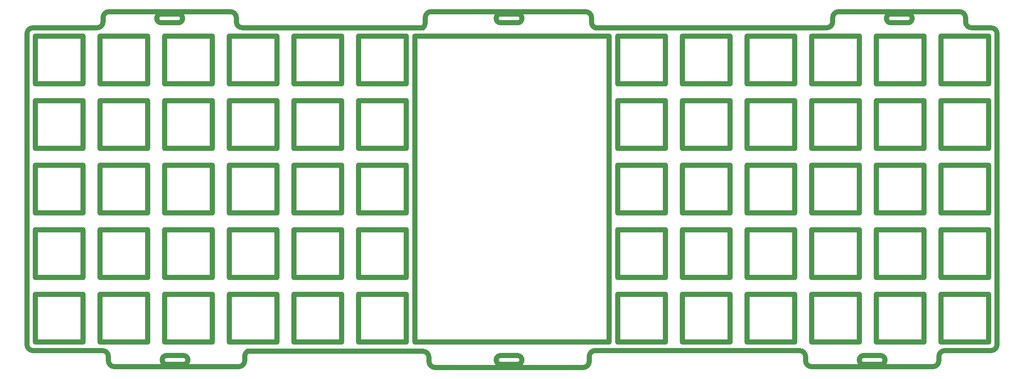
<source format=gts>
G04 #@! TF.GenerationSoftware,KiCad,Pcbnew,(6.0.10)*
G04 #@! TF.CreationDate,2023-11-27T13:53:15-05:00*
G04 #@! TF.ProjectId,tofu60-plate,746f6675-3630-42d7-906c-6174652e6b69,rev?*
G04 #@! TF.SameCoordinates,Original*
G04 #@! TF.FileFunction,Soldermask,Top*
G04 #@! TF.FilePolarity,Negative*
%FSLAX46Y46*%
G04 Gerber Fmt 4.6, Leading zero omitted, Abs format (unit mm)*
G04 Created by KiCad (PCBNEW (6.0.10)) date 2023-11-27 13:53:15*
%MOMM*%
%LPD*%
G01*
G04 APERTURE LIST*
%ADD10C,1.500000*%
G04 APERTURE END LIST*
D10*
X295544406Y-123706693D02*
X295544406Y-109657318D01*
X148553151Y-149332490D02*
G75*
G03*
X148553151Y-146732510I49J1299990D01*
G01*
X176094059Y-85606356D02*
X162044920Y-85606533D01*
X200145198Y-66556453D02*
X200145198Y-52507078D01*
X347694059Y-104656436D02*
X333644920Y-104656613D01*
X162044920Y-90607238D02*
X176094295Y-90607238D01*
X200145198Y-128706277D02*
X214194573Y-128706097D01*
X331833210Y-148229590D02*
G75*
G03*
X333619140Y-150015590I1785890J-110D01*
G01*
X328644156Y-128706830D02*
X328644156Y-142756411D01*
X372909151Y-145256020D02*
X386507789Y-145256372D01*
X378983932Y-48226372D02*
G75*
G03*
X380909157Y-50006939I1786068J72D01*
G01*
X195144198Y-104656377D02*
X181095059Y-104656613D01*
X269878151Y-145255210D02*
X330047151Y-145255582D01*
X162044920Y-71557158D02*
X176094295Y-71557158D01*
X219078173Y-50006945D02*
G75*
G03*
X219760907Y-48602419I-1103373J1404545D01*
G01*
X331833118Y-147041582D02*
G75*
G03*
X330047151Y-145255582I-1786018J-18D01*
G01*
X314594781Y-142756411D02*
X314594781Y-128707010D01*
X371745198Y-52507078D02*
X385794573Y-52507078D01*
X214194337Y-85606238D02*
X200145198Y-85606533D01*
X352695059Y-142756411D02*
X352695059Y-128706521D01*
X378983959Y-47030445D02*
X378983959Y-48226372D01*
X214194573Y-52507078D02*
X214194337Y-66556158D01*
X126606657Y-45244413D02*
X162323395Y-45244418D01*
X104894503Y-66556453D02*
X104894503Y-52507078D01*
X347694059Y-85606356D02*
X333644920Y-85606533D01*
X200145198Y-104656613D02*
X200145198Y-90607238D01*
X102396895Y-143467169D02*
X102396907Y-51792996D01*
X347694059Y-123706516D02*
X333644920Y-123706693D01*
X295544406Y-128707118D02*
X309594017Y-128707074D01*
X385794337Y-85606238D02*
X371745198Y-85606533D01*
X385794573Y-90607238D02*
X385794337Y-104656318D01*
X269878157Y-50006932D02*
X338047157Y-50006940D01*
X123944406Y-104656613D02*
X123944406Y-90607238D01*
X268782769Y-47030431D02*
G75*
G03*
X266996759Y-45244431I-1785969J31D01*
G01*
X118943642Y-109657318D02*
X118943642Y-123706693D01*
X221546907Y-45244407D02*
G75*
G03*
X219760907Y-47030425I-7J-1785993D01*
G01*
X157044156Y-71557158D02*
X157043920Y-85606415D01*
X216693932Y-52507078D02*
X273996901Y-52507078D01*
X126408059Y-147039740D02*
G75*
G03*
X124622151Y-145253741I-1785959J40D01*
G01*
X290543642Y-109657318D02*
X290543642Y-123706693D01*
X118943642Y-71557158D02*
X118943642Y-85606533D01*
X162044920Y-128706766D02*
X176094295Y-128706585D01*
X214194573Y-128706097D02*
X214194573Y-142756411D01*
X352695059Y-85606533D02*
X352695059Y-71557158D01*
X104182983Y-50006910D02*
X123034657Y-50006912D01*
X328644156Y-90607238D02*
X328643920Y-104656495D01*
X123944406Y-128707074D02*
X137994017Y-128707074D01*
X157043920Y-66556335D02*
X142994781Y-66556453D01*
X200145198Y-71557158D02*
X200145198Y-85606533D01*
X162044920Y-123706693D02*
X162044920Y-109657318D01*
X309594017Y-128707074D02*
X309594017Y-142756411D01*
X366744434Y-71557158D02*
X366744198Y-85606297D01*
X372909151Y-145256040D02*
G75*
G03*
X371123140Y-147042020I-51J-1785960D01*
G01*
X102396900Y-143467169D02*
G75*
G03*
X104182928Y-145253100I1786100J169D01*
G01*
X157043920Y-104656495D02*
X142994781Y-104656613D01*
X166565426Y-148229599D02*
X166565426Y-147040975D01*
X181095059Y-142756411D02*
X181095059Y-128706521D01*
X352695059Y-71557158D02*
X366744434Y-71557158D01*
X339833157Y-47030441D02*
X339833157Y-48220940D01*
X295544406Y-90607238D02*
X309594017Y-90607238D01*
X366744434Y-109657318D02*
X366744198Y-123706457D01*
X141965657Y-45928815D02*
G75*
G03*
X141965657Y-48528785I43J-1299985D01*
G01*
X314594781Y-66556453D02*
X314594781Y-52507078D01*
X176094295Y-142756411D02*
X162044920Y-142756411D01*
X276494503Y-90607238D02*
X290543642Y-90607238D01*
X371745198Y-123706693D02*
X371745198Y-109657318D01*
X385794337Y-104656318D02*
X371745198Y-104656613D01*
X290543642Y-66556453D02*
X276494503Y-66556453D01*
X241978151Y-149335469D02*
X246978151Y-149335469D01*
X200145198Y-90607238D02*
X214194573Y-90607238D01*
X348978151Y-146738686D02*
G75*
G03*
X348978151Y-149338714I49J-1300014D01*
G01*
X385794573Y-142756411D02*
X371745198Y-142756411D01*
X137994017Y-52507078D02*
X137993781Y-66556394D01*
X352695059Y-123706693D02*
X352695059Y-109657318D01*
X268092140Y-148454304D02*
X268092140Y-147041210D01*
X385794573Y-128706097D02*
X385794573Y-142756411D01*
X328644156Y-71557158D02*
X328643920Y-85606415D01*
X333644920Y-66556453D02*
X333644920Y-52507078D01*
X164109382Y-48220919D02*
G75*
G03*
X165896657Y-50006918I1786018J19D01*
G01*
X356978157Y-45928818D02*
X361978157Y-45928818D01*
X216693931Y-142756411D02*
X216693932Y-52507078D01*
X162044920Y-109657318D02*
X176094295Y-109657318D01*
X195144434Y-142756411D02*
X181095059Y-142756411D01*
X162044920Y-66556453D02*
X162044920Y-52507078D01*
X126606657Y-45244357D02*
G75*
G03*
X124820657Y-47030413I43J-1786043D01*
G01*
X295544406Y-71557158D02*
X309594017Y-71557158D01*
X181095059Y-109657318D02*
X195144434Y-109657318D01*
X333644920Y-104656613D02*
X333644920Y-90607238D01*
X123944406Y-123706693D02*
X123944406Y-109657318D01*
X118943642Y-52507078D02*
X118943642Y-66556453D01*
X276494503Y-66556453D02*
X276494503Y-52507078D01*
X104894503Y-52507078D02*
X118943642Y-52507078D01*
X142994781Y-128707010D02*
X157044156Y-128706830D01*
X309593781Y-104656554D02*
X295544406Y-104656613D01*
X309593781Y-123706634D02*
X295544406Y-123706693D01*
X314594781Y-128707010D02*
X328644156Y-128706830D01*
X295544406Y-52507078D02*
X309594017Y-52507078D01*
X104894503Y-104656613D02*
X104894503Y-90607238D01*
X157044156Y-52507078D02*
X157043920Y-66556335D01*
X331833140Y-148229590D02*
X331833140Y-147041582D01*
X371745198Y-109657318D02*
X385794573Y-109657318D01*
X128194104Y-150015599D02*
X164779426Y-150015599D01*
X104894503Y-123706693D02*
X104894503Y-109657318D01*
X269878151Y-145255140D02*
G75*
G03*
X268092140Y-147041210I49J-1786060D01*
G01*
X371745198Y-128706277D02*
X385794573Y-128706097D01*
X371745198Y-71557158D02*
X385794573Y-71557158D01*
X371745198Y-104656613D02*
X371745198Y-90607238D01*
X126408104Y-148229599D02*
X126408104Y-147039740D01*
X195144434Y-52507078D02*
X195144198Y-66556217D01*
X328644156Y-109657318D02*
X328643920Y-123706575D01*
X356978157Y-48528818D02*
X361978157Y-48528818D01*
X352695059Y-109657318D02*
X366744434Y-109657318D01*
X118943642Y-142756411D02*
X118943642Y-128707498D01*
X137993781Y-104656554D02*
X123944406Y-104656613D01*
X309593781Y-85606474D02*
X295544406Y-85606533D01*
X328643920Y-66556335D02*
X314594781Y-66556453D01*
X124820657Y-47030413D02*
X124820657Y-48220912D01*
X385794573Y-71557158D02*
X385794337Y-85606238D01*
X366744198Y-66556217D02*
X352695059Y-66556453D01*
X214194337Y-104656318D02*
X200145198Y-104656613D01*
X164109395Y-47030418D02*
X164109395Y-48220919D01*
X142994781Y-90607238D02*
X157044156Y-90607238D01*
X104894503Y-128707498D02*
X118943642Y-128707498D01*
X314594781Y-71557158D02*
X328644156Y-71557158D01*
X157043920Y-123706575D02*
X142994781Y-123706693D01*
X314594781Y-123706693D02*
X314594781Y-109657318D01*
X314594781Y-90607238D02*
X328644156Y-90607238D01*
X246978151Y-149335531D02*
G75*
G03*
X246978151Y-146735469I49J1300031D01*
G01*
X220864096Y-148454304D02*
G75*
G03*
X222650157Y-150240304I1786104J104D01*
G01*
X214194573Y-90607238D02*
X214194337Y-104656318D01*
X290543642Y-52507078D02*
X290543642Y-66556453D01*
X118943642Y-90607238D02*
X118943642Y-104656613D01*
X347694295Y-142756411D02*
X333644920Y-142756411D01*
X333644920Y-71557158D02*
X347694295Y-71557158D01*
X309594017Y-109657318D02*
X309593781Y-123706634D01*
X290543642Y-104656613D02*
X276494503Y-104656613D01*
X143553151Y-146732510D02*
X148553151Y-146732510D01*
X241978157Y-45928815D02*
G75*
G03*
X241978157Y-48528785I43J-1299985D01*
G01*
X348978151Y-146738714D02*
X353978151Y-146738714D01*
X137994017Y-71557158D02*
X137993781Y-85606474D01*
X371123140Y-148229590D02*
X371123140Y-147042020D01*
X181095059Y-128706521D02*
X195144434Y-128706341D01*
X181095059Y-90607238D02*
X195144434Y-90607238D01*
X123944406Y-109657318D02*
X137994017Y-109657318D01*
X118943642Y-123706693D02*
X104894503Y-123706693D01*
X195144198Y-66556217D02*
X181095059Y-66556453D01*
X290543642Y-90607238D02*
X290543642Y-104656613D01*
X369337140Y-150015540D02*
G75*
G03*
X371123140Y-148229590I60J1785940D01*
G01*
X118943642Y-104656613D02*
X104894503Y-104656613D01*
X165896657Y-50006918D02*
X219078157Y-50006925D01*
X123944406Y-85606533D02*
X123944406Y-71557158D01*
X371745198Y-66556453D02*
X371745198Y-52507078D01*
X146965657Y-48528815D02*
G75*
G03*
X146965657Y-45928785I43J1300015D01*
G01*
X295544406Y-85606533D02*
X295544406Y-71557158D01*
X176094059Y-123706516D02*
X162044920Y-123706693D01*
X162044920Y-52507078D02*
X176094295Y-52507078D01*
X295544406Y-128707118D02*
X295544406Y-142756411D01*
X371745198Y-90607238D02*
X385794573Y-90607238D01*
X341619157Y-45244357D02*
G75*
G03*
X339833157Y-47030441I-57J-1785943D01*
G01*
X214194573Y-71557158D02*
X214194337Y-85606238D01*
X195144198Y-85606297D02*
X181095059Y-85606533D01*
X141965657Y-45928785D02*
X146965657Y-45928785D01*
X200145198Y-109657318D02*
X214194573Y-109657318D01*
X142994781Y-104656613D02*
X142994781Y-90607238D01*
X347694295Y-71557158D02*
X347694059Y-85606356D01*
X123944406Y-66556453D02*
X123944406Y-52507078D01*
X314594781Y-85606533D02*
X314594781Y-71557158D01*
X347694295Y-109657318D02*
X347694059Y-123706516D01*
X353978151Y-149338686D02*
G75*
G03*
X353978151Y-146738714I49J1299986D01*
G01*
X295544406Y-66556453D02*
X295544406Y-52507078D01*
X164779426Y-150015626D02*
G75*
G03*
X166565426Y-148229599I-26J1786026D01*
G01*
X366744434Y-52507078D02*
X366744198Y-66556217D01*
X162044920Y-142756411D02*
X162044920Y-128706766D01*
X366744198Y-85606297D02*
X352695059Y-85606533D01*
X176094059Y-66556276D02*
X162044920Y-66556453D01*
X200145198Y-52507078D02*
X214194573Y-52507078D01*
X309594017Y-52507078D02*
X309593781Y-66556394D01*
X143553151Y-146732490D02*
G75*
G03*
X143553151Y-149332510I49J-1300010D01*
G01*
X333644920Y-123706693D02*
X333644920Y-109657318D01*
X276494503Y-123706693D02*
X276494503Y-109657318D01*
X352695059Y-104656613D02*
X352695059Y-90607238D01*
X137993781Y-85606474D02*
X123944406Y-85606533D01*
X104894503Y-90607238D02*
X118943642Y-90607238D01*
X123944406Y-142756411D02*
X123944406Y-128707074D01*
X246978157Y-48528815D02*
G75*
G03*
X246978157Y-45928785I43J1300015D01*
G01*
X181095059Y-66556453D02*
X181095059Y-52507078D01*
X380909157Y-50006939D02*
X386507842Y-50006910D01*
X181095059Y-71557158D02*
X195144434Y-71557158D01*
X309594017Y-142756411D02*
X295544406Y-142756411D01*
X290543642Y-85606533D02*
X276494503Y-85606533D01*
X366744434Y-128706341D02*
X366744434Y-142756411D01*
X328644156Y-52507078D02*
X328643920Y-66556335D01*
X176094295Y-109657318D02*
X176094059Y-123706516D01*
X276494503Y-128707498D02*
X290543642Y-128707118D01*
X104894503Y-85606533D02*
X104894503Y-71557158D01*
X290543642Y-142756411D02*
X276494503Y-142756411D01*
X328643920Y-104656495D02*
X314594781Y-104656613D01*
X328643920Y-123706575D02*
X314594781Y-123706693D01*
X162044920Y-85606533D02*
X162044920Y-71557158D01*
X273996901Y-52507078D02*
X273996901Y-142756411D01*
X388293990Y-51793000D02*
G75*
G03*
X386507842Y-50006910I-1786190J-100D01*
G01*
X195144198Y-123706457D02*
X181095059Y-123706693D01*
X295544406Y-109657318D02*
X309594017Y-109657318D01*
X123944406Y-52507078D02*
X137994017Y-52507078D01*
X366744434Y-142756411D02*
X352695059Y-142756411D01*
X290543642Y-142756411D02*
X290543642Y-128707118D01*
X385794337Y-123706398D02*
X371745198Y-123706693D01*
X241978151Y-146735531D02*
G75*
G03*
X241978151Y-149335469I49J-1299969D01*
G01*
X142994781Y-142756411D02*
X142994781Y-128707010D01*
X214194337Y-123706398D02*
X200145198Y-123706693D01*
X347694295Y-128706585D02*
X347694295Y-142756411D01*
X309594017Y-71557158D02*
X309593781Y-85606474D01*
X137993781Y-123706634D02*
X123944406Y-123706693D01*
X220864119Y-147265681D02*
G75*
G03*
X219078151Y-145479681I-1785919J81D01*
G01*
X137994017Y-90607238D02*
X137993781Y-104656554D01*
X176094295Y-52507078D02*
X176094059Y-66556276D01*
X104182983Y-50006901D02*
G75*
G03*
X102396901Y-51792996I17J-1786099D01*
G01*
X142994781Y-123706693D02*
X142994781Y-109657318D01*
X341619157Y-45244441D02*
X377197960Y-45244445D01*
X221546907Y-45244425D02*
X266996759Y-45244431D01*
X276494503Y-71557158D02*
X290543642Y-71557158D01*
X167484151Y-145479684D02*
X219078151Y-145479681D01*
X309593781Y-66556394D02*
X295544406Y-66556453D01*
X241978157Y-45928785D02*
X246978157Y-45928785D01*
X333619140Y-150015590D02*
X369337140Y-150015590D01*
X273996901Y-142756411D02*
X216693931Y-142756411D01*
X348978151Y-149338714D02*
X353978151Y-149338714D01*
X347694295Y-90607238D02*
X347694059Y-104656436D01*
X333644920Y-109657318D02*
X347694295Y-109657318D01*
X104894503Y-109657318D02*
X118943642Y-109657318D01*
X290543642Y-71557158D02*
X290543642Y-85606533D01*
X181095059Y-52507078D02*
X195144434Y-52507078D01*
X276494503Y-142756411D02*
X276494503Y-128707498D01*
X295544406Y-104656613D02*
X295544406Y-90607238D01*
X338047157Y-50006857D02*
G75*
G03*
X339833157Y-48220940I-57J1786057D01*
G01*
X118943642Y-85606533D02*
X104894503Y-85606533D01*
X137994017Y-109657318D02*
X137993781Y-123706634D01*
X104182928Y-145253099D02*
X124622151Y-145253741D01*
X385794337Y-66556158D02*
X371745198Y-66556453D01*
X352695059Y-90607238D02*
X366744434Y-90607238D01*
X276494503Y-109657318D02*
X290543642Y-109657318D01*
X181095059Y-104656613D02*
X181095059Y-90607238D01*
X137993781Y-66556394D02*
X123944406Y-66556453D01*
X328644156Y-142756411D02*
X314594781Y-142756411D01*
X371745198Y-142756411D02*
X371745198Y-128706277D01*
X181095059Y-85606533D02*
X181095059Y-71557158D01*
X276494503Y-52507078D02*
X290543642Y-52507078D01*
X123944406Y-90607238D02*
X137994017Y-90607238D01*
X328643920Y-85606415D02*
X314594781Y-85606533D01*
X356978157Y-45928782D02*
G75*
G03*
X356978157Y-48528818I43J-1300018D01*
G01*
X276494503Y-104656613D02*
X276494503Y-90607238D01*
X290543642Y-123706693D02*
X276494503Y-123706693D01*
X333644920Y-142756411D02*
X333644920Y-128706766D01*
X266306140Y-150240240D02*
G75*
G03*
X268092140Y-148454304I60J1785940D01*
G01*
X361978157Y-48528782D02*
G75*
G03*
X361978157Y-45928818I43J1299982D01*
G01*
X241978151Y-146735469D02*
X246978151Y-146735469D01*
X157044156Y-109657318D02*
X157043920Y-123706575D01*
X268782758Y-47030431D02*
X268782758Y-48359854D01*
X142994781Y-109657318D02*
X157044156Y-109657318D01*
X123944406Y-142756411D02*
X137994017Y-142756411D01*
X314594781Y-109657318D02*
X328644156Y-109657318D01*
X157044156Y-142756411D02*
X142994781Y-142756411D01*
X366744198Y-123706457D02*
X352695059Y-123706693D01*
X167484143Y-145479670D02*
G75*
G03*
X166565426Y-147040975I867357J-1561330D01*
G01*
X162044920Y-104656613D02*
X162044920Y-90607238D01*
X219760907Y-47030425D02*
X219760907Y-48602419D01*
X388293932Y-51793000D02*
X388293931Y-143470299D01*
X143553151Y-149332510D02*
X148553151Y-149332510D01*
X118943642Y-66556453D02*
X104894503Y-66556453D01*
X268782703Y-48359854D02*
G75*
G03*
X269878157Y-50006932I1786197J154D01*
G01*
X333644920Y-90607238D02*
X347694295Y-90607238D01*
X142994781Y-85606533D02*
X142994781Y-71557158D01*
X352695059Y-52507078D02*
X366744434Y-52507078D01*
X378983955Y-47030445D02*
G75*
G03*
X377197960Y-45244445I-1785955J45D01*
G01*
X123944406Y-71557158D02*
X137994017Y-71557158D01*
X123034657Y-50006857D02*
G75*
G03*
X124820657Y-48220912I43J1785957D01*
G01*
X195144434Y-90607238D02*
X195144198Y-104656377D01*
X366744198Y-104656377D02*
X352695059Y-104656613D01*
X385794573Y-52507078D02*
X385794337Y-66556158D01*
X142994781Y-66556453D02*
X142994781Y-52507078D01*
X137994017Y-128707074D02*
X137994017Y-142756411D01*
X222650157Y-150240304D02*
X266306140Y-150240304D01*
X366744434Y-90607238D02*
X366744198Y-104656377D01*
X176094295Y-128706585D02*
X176094295Y-142756411D01*
X220864157Y-148454304D02*
X220864157Y-147265681D01*
X157044156Y-90607238D02*
X157043920Y-104656495D01*
X333644920Y-128706766D02*
X347694295Y-128706585D01*
X314594781Y-104656613D02*
X314594781Y-90607238D01*
X333644920Y-85606533D02*
X333644920Y-71557158D01*
X176094295Y-71557158D02*
X176094059Y-85606356D01*
X214194573Y-142756411D02*
X200145198Y-142756411D01*
X214194337Y-66556158D02*
X200145198Y-66556453D01*
X352695059Y-66556453D02*
X352695059Y-52507078D01*
X371745198Y-85606533D02*
X371745198Y-71557158D01*
X176094295Y-90607238D02*
X176094059Y-104656436D01*
X276494503Y-85606533D02*
X276494503Y-71557158D01*
X385794573Y-109657318D02*
X385794337Y-123706398D01*
X241978157Y-48528785D02*
X246978157Y-48528785D01*
X164109382Y-47030418D02*
G75*
G03*
X162323395Y-45244418I-1785982J18D01*
G01*
X314594781Y-52507078D02*
X328644156Y-52507078D01*
X200145198Y-142756411D02*
X200145198Y-128706277D01*
X195144434Y-71557158D02*
X195144198Y-85606297D01*
X141965657Y-48528785D02*
X146965657Y-48528785D01*
X104894503Y-142756411D02*
X104894503Y-128707498D01*
X195144434Y-128706341D02*
X195144434Y-142756411D01*
X142994781Y-52507078D02*
X157044156Y-52507078D01*
X142994781Y-71557158D02*
X157044156Y-71557158D01*
X126408101Y-148229599D02*
G75*
G03*
X128194104Y-150015599I1785999J-1D01*
G01*
X386507789Y-145256331D02*
G75*
G03*
X388293931Y-143470299I111J1786031D01*
G01*
X104894503Y-71557158D02*
X118943642Y-71557158D01*
X157044156Y-128706830D02*
X157044156Y-142756411D01*
X181095059Y-123706693D02*
X181095059Y-109657318D01*
X352695059Y-128706521D02*
X366744434Y-128706341D01*
X333644920Y-52507078D02*
X347694295Y-52507078D01*
X200145198Y-71557158D02*
X214194573Y-71557158D01*
X200145198Y-123706693D02*
X200145198Y-109657318D01*
X157043920Y-85606415D02*
X142994781Y-85606533D01*
X347694059Y-66556276D02*
X333644920Y-66556453D01*
X176094059Y-104656436D02*
X162044920Y-104656613D01*
X195144434Y-109657318D02*
X195144198Y-123706457D01*
X309594017Y-90607238D02*
X309593781Y-104656554D01*
X347694295Y-52507078D02*
X347694059Y-66556276D01*
X118943642Y-142756411D02*
X104894503Y-142756411D01*
X214194573Y-109657318D02*
X214194337Y-123706398D01*
M02*

</source>
